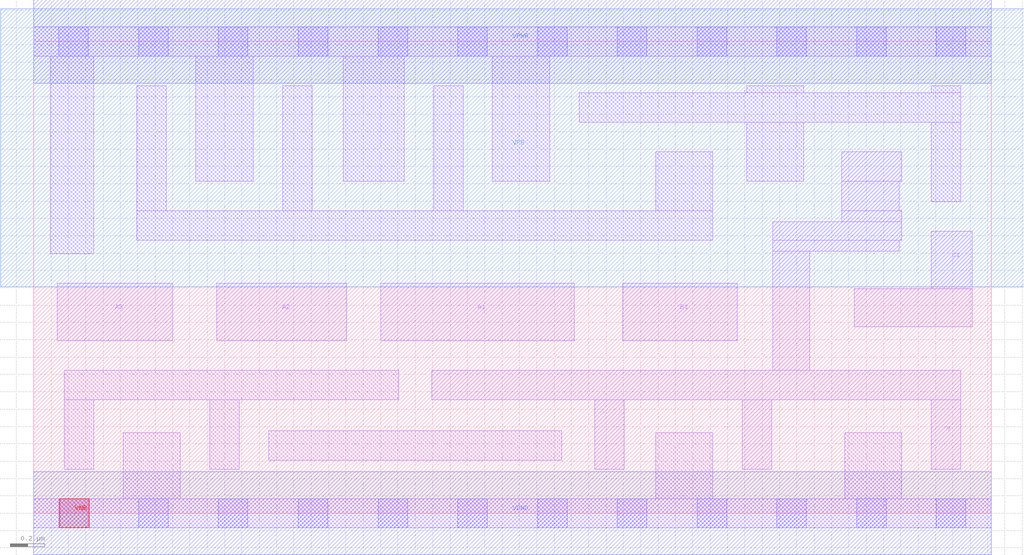
<source format=lef>
# Copyright 2020 The SkyWater PDK Authors
#
# Licensed under the Apache License, Version 2.0 (the "License");
# you may not use this file except in compliance with the License.
# You may obtain a copy of the License at
#
#     https://www.apache.org/licenses/LICENSE-2.0
#
# Unless required by applicable law or agreed to in writing, software
# distributed under the License is distributed on an "AS IS" BASIS,
# WITHOUT WARRANTIES OR CONDITIONS OF ANY KIND, either express or implied.
# See the License for the specific language governing permissions and
# limitations under the License.
#
# SPDX-License-Identifier: Apache-2.0

VERSION 5.7 ;
  NOWIREEXTENSIONATPIN ON ;
  DIVIDERCHAR "/" ;
  BUSBITCHARS "[]" ;
MACRO sky130_fd_sc_hd__a311oi_2
  CLASS CORE ;
  FOREIGN sky130_fd_sc_hd__a311oi_2 ;
  ORIGIN  0.000000  0.000000 ;
  SIZE  5.520000 BY  2.720000 ;
  SYMMETRY X Y R90 ;
  SITE unithd ;
  PIN A1
    ANTENNAGATEAREA  0.495000 ;
    DIRECTION INPUT ;
    USE SIGNAL ;
    PORT
      LAYER li1 ;
        RECT 2.000000 0.995000 3.115000 1.325000 ;
    END
  END A1
  PIN A2
    ANTENNAGATEAREA  0.495000 ;
    DIRECTION INPUT ;
    USE SIGNAL ;
    PORT
      LAYER li1 ;
        RECT 1.055000 0.995000 1.805000 1.325000 ;
    END
  END A2
  PIN A3
    ANTENNAGATEAREA  0.495000 ;
    DIRECTION INPUT ;
    USE SIGNAL ;
    PORT
      LAYER li1 ;
        RECT 0.135000 0.995000 0.800000 1.325000 ;
    END
  END A3
  PIN B1
    ANTENNAGATEAREA  0.495000 ;
    DIRECTION INPUT ;
    USE SIGNAL ;
    PORT
      LAYER li1 ;
        RECT 3.395000 0.995000 4.055000 1.325000 ;
    END
  END B1
  PIN C1
    ANTENNAGATEAREA  0.495000 ;
    DIRECTION INPUT ;
    USE SIGNAL ;
    PORT
      LAYER li1 ;
        RECT 4.730000 1.075000 5.410000 1.295000 ;
        RECT 5.175000 1.295000 5.410000 1.625000 ;
    END
  END C1
  PIN VNB
    PORT
      LAYER pwell ;
        RECT 0.150000 -0.085000 0.320000 0.085000 ;
    END
  END VNB
  PIN VPB
    PORT
      LAYER nwell ;
        RECT -0.190000 1.305000 5.710000 2.910000 ;
    END
  END VPB
  PIN Y
    ANTENNADIFFAREA  1.141000 ;
    DIRECTION OUTPUT ;
    USE SIGNAL ;
    PORT
      LAYER li1 ;
        RECT 2.295000 0.655000 5.345000 0.825000 ;
        RECT 3.235000 0.255000 3.405000 0.655000 ;
        RECT 4.085000 0.255000 4.255000 0.655000 ;
        RECT 4.260000 0.825000 4.475000 1.510000 ;
        RECT 4.260000 1.510000 4.990000 1.575000 ;
        RECT 4.260000 1.575000 5.005000 1.680000 ;
        RECT 4.660000 1.680000 5.005000 1.745000 ;
        RECT 4.660000 1.745000 4.990000 1.915000 ;
        RECT 4.660000 1.915000 5.005000 2.085000 ;
        RECT 5.175000 0.255000 5.345000 0.655000 ;
    END
  END Y
  PIN VGND
    DIRECTION INOUT ;
    SHAPE ABUTMENT ;
    USE GROUND ;
    PORT
      LAYER met1 ;
        RECT 0.000000 -0.240000 5.520000 0.240000 ;
    END
  END VGND
  PIN VPWR
    DIRECTION INOUT ;
    SHAPE ABUTMENT ;
    USE POWER ;
    PORT
      LAYER met1 ;
        RECT 0.000000 2.480000 5.520000 2.960000 ;
    END
  END VPWR
  OBS
    LAYER li1 ;
      RECT 0.000000 -0.085000 5.520000 0.085000 ;
      RECT 0.000000  2.635000 5.520000 2.805000 ;
      RECT 0.095000  1.495000 0.345000 2.635000 ;
      RECT 0.175000  0.255000 0.345000 0.655000 ;
      RECT 0.175000  0.655000 2.105000 0.825000 ;
      RECT 0.515000  0.085000 0.845000 0.465000 ;
      RECT 0.595000  1.575000 3.915000 1.745000 ;
      RECT 0.595000  1.745000 0.765000 2.465000 ;
      RECT 0.935000  1.915000 1.265000 2.635000 ;
      RECT 1.015000  0.255000 1.185000 0.655000 ;
      RECT 1.355000  0.305000 3.045000 0.475000 ;
      RECT 1.435000  1.745000 1.605000 2.465000 ;
      RECT 1.785000  1.915000 2.135000 2.635000 ;
      RECT 2.305000  1.745000 2.475000 2.465000 ;
      RECT 2.645000  1.915000 2.975000 2.635000 ;
      RECT 3.145000  2.255000 5.345000 2.425000 ;
      RECT 3.585000  0.085000 3.915000 0.465000 ;
      RECT 3.585000  1.745000 3.915000 2.085000 ;
      RECT 4.110000  1.915000 4.440000 2.255000 ;
      RECT 4.110000  2.425000 4.440000 2.465000 ;
      RECT 4.675000  0.085000 5.005000 0.465000 ;
      RECT 5.175000  1.795000 5.345000 2.255000 ;
      RECT 5.175000  2.425000 5.345000 2.465000 ;
    LAYER mcon ;
      RECT 0.145000 -0.085000 0.315000 0.085000 ;
      RECT 0.145000  2.635000 0.315000 2.805000 ;
      RECT 0.605000 -0.085000 0.775000 0.085000 ;
      RECT 0.605000  2.635000 0.775000 2.805000 ;
      RECT 1.065000 -0.085000 1.235000 0.085000 ;
      RECT 1.065000  2.635000 1.235000 2.805000 ;
      RECT 1.525000 -0.085000 1.695000 0.085000 ;
      RECT 1.525000  2.635000 1.695000 2.805000 ;
      RECT 1.985000 -0.085000 2.155000 0.085000 ;
      RECT 1.985000  2.635000 2.155000 2.805000 ;
      RECT 2.445000 -0.085000 2.615000 0.085000 ;
      RECT 2.445000  2.635000 2.615000 2.805000 ;
      RECT 2.905000 -0.085000 3.075000 0.085000 ;
      RECT 2.905000  2.635000 3.075000 2.805000 ;
      RECT 3.365000 -0.085000 3.535000 0.085000 ;
      RECT 3.365000  2.635000 3.535000 2.805000 ;
      RECT 3.825000 -0.085000 3.995000 0.085000 ;
      RECT 3.825000  2.635000 3.995000 2.805000 ;
      RECT 4.285000 -0.085000 4.455000 0.085000 ;
      RECT 4.285000  2.635000 4.455000 2.805000 ;
      RECT 4.745000 -0.085000 4.915000 0.085000 ;
      RECT 4.745000  2.635000 4.915000 2.805000 ;
      RECT 5.205000 -0.085000 5.375000 0.085000 ;
      RECT 5.205000  2.635000 5.375000 2.805000 ;
  END
END sky130_fd_sc_hd__a311oi_2
END LIBRARY

</source>
